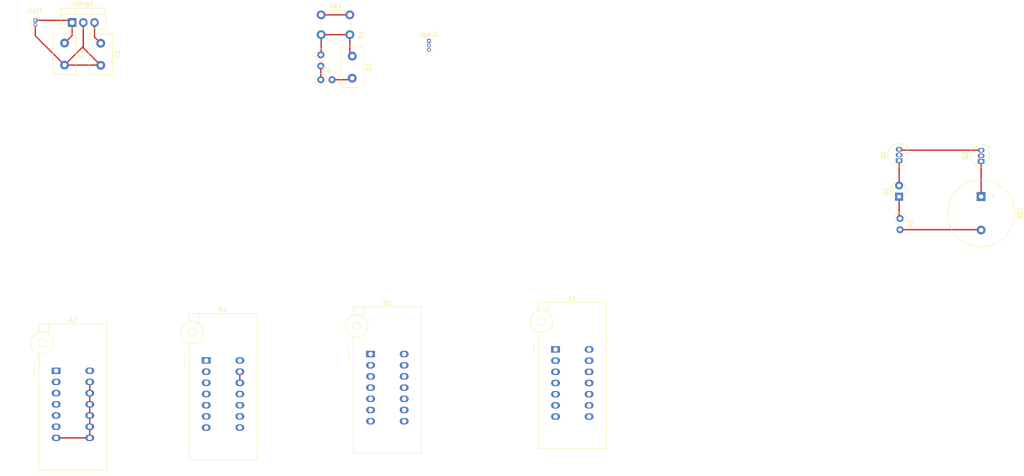
<source format=kicad_pcb>
(kicad_pcb (version 20211014) (generator pcbnew)
  (title_block (title "Gas Detector Alarm PCB Schematic") (date "2023-11-24") (rev "v1"))
  (layers (0 "F.Cu" signal) (31 "B.Cu" signal) (34 "B.Paste" user) (35 "F.Paste" user) (36 "B.SilkS" user "B.Silkscreen") (37 "F.SilkS" user "F.Silkscreen") (38 "B.Mask" user) (39 "F.Mask" user) (44 "Edge.Cuts" user))
  (net 0 "")
  (net 1 "/Ny0")
  (net 2 "/y1")
  (net 3 "Net-(A1-Pad3)")
  (net 4 "G")
  (net 5 "Net-(A1-Pad6)")
  (net 6 "GND")
  (net 7 "Net-(N1-Pad11)")
  (net 8 "B")
  (net 9 "Net-(A1-Pad11)")
  (net 10 "Z")
  (net 11 "Net-(N1-Pad10)")
  (net 12 "5 V")
  (net 13 "Net-(Q2-Pad1)")
  (net 14 "Vbat")
  (net 15 "Net-(D1-Pad1)")
  (net 16 "Net-(D1-Pad2)")
  (net 17 "/NB")
  (net 18 "/NG")
  (net 19 "/Ny1")
  (net 20 "Net-(A2-Pad1)")
  (net 21 "Net-(O1-Pad8)")
  (net 22 "Net-(O1-Pad12)")
  (net 23 "Net-(A2-Pad6)")
  (net 24 "Net-(C3-Pad2)")
  (footprint "Socket:DIP_Socket-14_W4.3_W5.08_W7.62_W10.16_W10.9_3M_214-3339-00-0602J" (layer "F.Cu") (at 141.8275 102.935)
    (fp_text reference "A1" (at 3.81 -11.56) (layer "F.SilkS"))
    (fp_text value "74LS09")
    (fp_line (start -1.65 -10.66) (end -1.65 -8.4) (layer "F.SilkS") (width 0.12))
    (fp_line (start 11.51 22.54) (end 11.51 -10.66) (layer "F.SilkS") (width 0.12))
    (fp_line (start 11.51 -10.66) (end -3.89 -10.66) (layer "F.SilkS") (width 0.12))
    (fp_line (start -3.89 -3.9) (end -3.89 22.54) (layer "F.SilkS") (width 0.12))
    (fp_line (start -4.95 1.27) (end -4.95 -1.27) (layer "F.SilkS") (width 0.12))
    (fp_line (start -3.89 -10.66) (end -3.89 -8.8) (layer "F.SilkS") (width 0.12))
    (fp_line (start -3.89 22.54) (end 11.51 22.54) (layer "F.SilkS") (width 0.12))
    (fp_circle (center -3.2 -6.35) (end -0.65 -6.35) (layer "F.SilkS") (width 0.12) (fill none))
    (fp_circle (center -3.2 -6.35) (end -2.3 -6.35) (layer "F.SilkS") (width 0.12) (fill none))
    (pad "1" thru_hole rect (at 0 0) (size 2 1.44) (drill 1) (layers *.Cu *.Mask) (net 1 "/Ny0"))
    (pad "2" thru_hole oval (at 0 2.54) (size 2 1.44) (drill 1) (layers *.Cu *.Mask) (net 2 "/y1"))
    (pad "3" thru_hole oval (at 0 5.08) (size 2 1.44) (drill 1) (layers *.Cu *.Mask) (net 3 "Net-(A1-Pad3)"))
    (pad "4" thru_hole oval (at 0 7.62) (size 2 1.44) (drill 1) (layers *.Cu *.Mask) (net 3 "Net-(A1-Pad3)"))
    (pad "5" thru_hole oval (at 0 10.16) (size 2 1.44) (drill 1) (layers *.Cu *.Mask) (net 4 "G"))
    (pad "6" thru_hole oval (at 0 12.7) (size 2 1.44) (drill 1) (layers *.Cu *.Mask) (net 5 "Net-(A1-Pad6)"))
    (pad "7" thru_hole oval (at 0 15.24) (size 2 1.44) (drill 1) (layers *.Cu *.Mask) (net 6 "GND"))
    (pad "8" thru_hole oval (at 7.62 15.24) (size 2 1.44) (drill 1) (layers *.Cu *.Mask) (net 7 "Net-(N1-Pad11)"))
    (pad "9" thru_hole oval (at 7.62 12.7) (size 2 1.44) (drill 1) (layers *.Cu *.Mask) (net 2 "/y1"))
    (pad "10" thru_hole oval (at 7.62 10.16) (size 2 1.44) (drill 1) (layers *.Cu *.Mask) (net 8 "B"))
    (pad "11" thru_hole oval (at 7.62 7.62) (size 2 1.44) (drill 1) (layers *.Cu *.Mask) (net 9 "Net-(A1-Pad11)"))
    (pad "12" thru_hole oval (at 7.62 5.08) (size 2 1.44) (drill 1) (layers *.Cu *.Mask) (net 10 "Z"))
    (pad "13" thru_hole oval (at 7.62 2.54) (size 2 1.44) (drill 1) (layers *.Cu *.Mask) (net 11 "Net-(N1-Pad10)"))
    (pad "14" thru_hole oval (at 7.62 0) (size 2 1.44) (drill 1) (layers *.Cu *.Mask) (net 12 "5 V"))
  )
  (footprint "Resistor_THT:R_Axial_DIN0207_L6.3mm_D2.5mm_P2.54mm_Vertical" (layer "F.Cu") (at 88.605 41.7)
    (fp_text reference "R2" (at 1.27 -2.37) (layer "F.SilkS"))
    (fp_text value "100 k")
    (fp_line (start 1.37 0) (end 1.44 0) (layer "F.SilkS") (width 0.12))
    (fp_circle (center 0 0) (end 1.37 0) (layer "F.SilkS") (width 0.12) (fill none))
    (pad "1" thru_hole circle (at 0 0) (size 1.6 1.6) (drill 0.8) (layers *.Cu *.Mask) (net 6 "GND"))
    (pad "2" thru_hole oval (at 2.54 0) (size 1.6 1.6) (drill 0.8) (layers *.Cu *.Mask) (net 24 "Net-(C3-Pad2)"))
  )
  (footprint "Package_TO_SOT_THT:TO-92_Inline" (layer "F.Cu") (at 238.36 60.245 90)
    (fp_text reference "Q2" (at 1.27 -3.56 90) (layer "F.SilkS"))
    (fp_text value "2N3904")
    (fp_line (start -0.53 1.85) (end 3.07 1.85) (layer "F.SilkS") (width 0.12))
    (fp_arc (start -0.568478 1.838478) (mid -1.132087 -0.994977) (end 1.27 -2.6) (layer "F.SilkS") (width 0.12))
    (fp_arc (start 1.27 -2.6) (mid 3.672087 -0.994977) (end 3.108478 1.838478) (layer "F.SilkS") (width 0.12))
    (pad "1" thru_hole rect (at 0 0 90) (size 1.05 1.5) (drill 0.75) (layers *.Cu *.Mask) (net 13 "Net-(Q2-Pad1)"))
    (pad "2" thru_hole oval (at 1.27 0 90) (size 1.05 1.5) (drill 0.75) (layers *.Cu *.Mask) (net 10 "Z"))
    (pad "3" thru_hole oval (at 2.54 0 90) (size 1.05 1.5) (drill 0.75) (layers *.Cu *.Mask) (net 12 "5 V"))
  )
  (footprint "Package_TO_SOT_THT:TO-220-3_Vertical" (layer "F.Cu") (at 32.195 28.72)
    (fp_text reference "UReg1" (at 2.54 -4.27) (layer "F.SilkS"))
    (fp_text value "LM7805_TO220")
    (fp_line (start -2.58 -1.76) (end 7.66 -1.76) (layer "F.SilkS") (width 0.12))
    (fp_line (start -2.58 -3.27) (end 7.66 -3.27) (layer "F.SilkS") (width 0.12))
    (fp_line (start -2.58 1.371) (end 7.66 1.371) (layer "F.SilkS") (width 0.12))
    (fp_line (start 4.391 -3.27) (end 4.391 -1.76) (layer "F.SilkS") (width 0.12))
    (fp_line (start 0.69 -3.27) (end 0.69 -1.76) (layer "F.SilkS") (width 0.12))
    (fp_line (start -2.58 -3.27) (end -2.58 1.371) (layer "F.SilkS") (width 0.12))
    (fp_line (start 7.66 -3.27) (end 7.66 1.371) (layer "F.SilkS") (width 0.12))
    (pad "1" thru_hole rect (at 0 0) (size 1.905 2) (drill 1.1) (layers *.Cu *.Mask) (net 14 "Vbat"))
    (pad "2" thru_hole oval (at 2.54 0) (size 1.905 2) (drill 1.1) (layers *.Cu *.Mask) (net 6 "GND"))
    (pad "3" thru_hole oval (at 5.08 0) (size 1.905 2) (drill 1.1) (layers *.Cu *.Mask) (net 12 "5 V"))
  )
  (footprint "Socket:DIP_Socket-14_W4.3_W5.08_W7.62_W10.16_W10.9_3M_214-3339-00-0602J" (layer "F.Cu") (at 62.6125 105.435)
    (fp_text reference "N1" (at 3.81 -11.56) (layer "F.SilkS"))
    (fp_text value "74LS04")
    (fp_line (start 11.51 -10.66) (end -3.89 -10.66) (layer "F.SilkS") (width 0.12))
    (fp_line (start 11.51 22.54) (end 11.51 -10.66) (layer "F.SilkS") (width 0.12))
    (fp_line (start -3.89 22.54) (end 11.51 22.54) (layer "F.SilkS") (width 0.12))
    (fp_line (start -4.95 1.27) (end -4.95 -1.27) (layer "F.SilkS") (width 0.12))
    (fp_line (start -3.89 -3.9) (end -3.89 22.54) (layer "F.SilkS") (width 0.12))
    (fp_line (start -3.89 -10.66) (end -3.89 -8.8) (layer "F.SilkS") (width 0.12))
    (fp_line (start -1.65 -10.66) (end -1.65 -8.4) (layer "F.SilkS") (width 0.12))
    (fp_circle (center -3.2 -6.35) (end -0.65 -6.35) (layer "F.SilkS") (width 0.12) (fill none))
    (fp_circle (center -3.2 -6.35) (end -2.3 -6.35) (layer "F.SilkS") (width 0.12) (fill none))
    (pad "1" thru_hole rect (at 0 0) (size 2 1.44) (drill 1) (layers *.Cu *.Mask) (net 8 "B"))
    (pad "2" thru_hole oval (at 0 2.54) (size 2 1.44) (drill 1) (layers *.Cu *.Mask) (net 17 "/NB"))
    (pad "3" thru_hole oval (at 0 5.08) (size 2 1.44) (drill 1) (layers *.Cu *.Mask) (net 4 "G"))
    (pad "4" thru_hole oval (at 0 7.62) (size 2 1.44) (drill 1) (layers *.Cu *.Mask) (net 18 "/NG"))
    (pad "5" thru_hole oval (at 0 10.16) (size 2 1.44) (drill 1) (layers *.Cu *.Mask) (net 2 "/y1"))
    (pad "6" thru_hole oval (at 0 12.7) (size 2 1.44) (drill 1) (layers *.Cu *.Mask) (net 19 "/Ny1"))
    (pad "7" thru_hole oval (at 0 15.24) (size 2 1.44) (drill 1) (layers *.Cu *.Mask) (net 6 "GND"))
    (pad "8" thru_hole oval (at 7.62 15.24) (size 2 1.44) (drill 1) (layers *.Cu *.Mask) (net 1 "/Ny0"))
    (pad "9" thru_hole oval (at 7.62 12.7) (size 2 1.44) (drill 1) (layers *.Cu *.Mask) (net 10 "Z"))
    (pad "10" thru_hole oval (at 7.62 10.16) (size 2 1.44) (drill 1) (layers *.Cu *.Mask) (net 11 "Net-(N1-Pad10)"))
    (pad "11" thru_hole oval (at 7.62 7.62) (size 2 1.44) (drill 1) (layers *.Cu *.Mask) (net 7 "Net-(N1-Pad11)"))
    (pad "12" thru_hole oval (at 7.62 5.08) (size 2 1.44) (drill 1) (layers *.Cu *.Mask) (net 6 "GND"))
    (pad "13" thru_hole oval (at 7.62 2.54) (size 2 1.44) (drill 1) (layers *.Cu *.Mask) (net 6 "GND"))
    (pad "14" thru_hole oval (at 7.62 0) (size 2 1.44) (drill 1) (layers *.Cu *.Mask) (net 12 "5 V"))
  )
  (footprint "Capacitor_THT:C_Disc_D9.0mm_W5.0mm_P5.00mm" (layer "F.Cu") (at 38.685 33.425 -90)
    (fp_text reference "C2" (at 2.5 -3.75 90) (layer "F.SilkS"))
    (fp_text value "100 nF")
    (fp_line (start -2.12 -2.62) (end 7.12 -2.62) (layer "F.SilkS") (width 0.12))
    (fp_line (start -2.12 -2.62) (end -2.12 2.62) (layer "F.SilkS") (width 0.12))
    (fp_line (start 7.12 -2.62) (end 7.12 2.62) (layer "F.SilkS") (width 0.12))
    (fp_line (start -2.12 2.62) (end 7.12 2.62) (layer "F.SilkS") (width 0.12))
    (pad "1" thru_hole circle (at 0 0 270) (size 2 2) (drill 1) (layers *.Cu *.Mask) (net 12 "5 V"))
    (pad "2" thru_hole circle (at 5 0 270) (size 2 2) (drill 1) (layers *.Cu *.Mask) (net 6 "GND"))
  )
  (footprint "Socket:DIP_Socket-14_W4.3_W5.08_W7.62_W10.16_W10.9_3M_214-3339-00-0602J" (layer "F.Cu") (at 28.575 107.775)
    (fp_text reference "A2" (at 3.81 -11.56) (layer "F.SilkS"))
    (fp_text value "74LS09")
    (fp_line (start -3.89 -10.66) (end -3.89 -8.8) (layer "F.SilkS") (width 0.12))
    (fp_line (start -3.89 22.54) (end 11.51 22.54) (layer "F.SilkS") (width 0.12))
    (fp_line (start -3.89 -3.9) (end -3.89 22.54) (layer "F.SilkS") (width 0.12))
    (fp_line (start 11.51 -10.66) (end -3.89 -10.66) (layer "F.SilkS") (width 0.12))
    (fp_line (start -1.65 -10.66) (end -1.65 -8.4) (layer "F.SilkS") (width 0.12))
    (fp_line (start 11.51 22.54) (end 11.51 -10.66) (layer "F.SilkS") (width 0.12))
    (fp_line (start -4.95 1.27) (end -4.95 -1.27) (layer "F.SilkS") (width 0.12))
    (fp_circle (center -3.2 -6.35) (end -0.65 -6.35) (layer "F.SilkS") (width 0.12) (fill none))
    (fp_circle (center -3.2 -6.35) (end -2.3 -6.35) (layer "F.SilkS") (width 0.12) (fill none))
    (pad "1" thru_hole rect (at 0 0) (size 2 1.44) (drill 1) (layers *.Cu *.Mask) (net 20 "Net-(A2-Pad1)"))
    (pad "2" thru_hole oval (at 0 2.54) (size 2 1.44) (drill 1) (layers *.Cu *.Mask) (net 17 "/NB"))
    (pad "3" thru_hole oval (at 0 5.08) (size 2 1.44) (drill 1) (layers *.Cu *.Mask) (net 22 "Net-(O1-Pad12)"))
    (pad "4" thru_hole oval (at 0 7.62) (size 2 1.44) (drill 1) (layers *.Cu *.Mask) (net 18 "/NG"))
    (pad "5" thru_hole oval (at 0 10.16) (size 2 1.44) (drill 1) (layers *.Cu *.Mask) (net 21 "Net-(O1-Pad8)"))
    (pad "6" thru_hole oval (at 0 12.7) (size 2 1.44) (drill 1) (layers *.Cu *.Mask) (net 23 "Net-(A2-Pad6)"))
    (pad "7" thru_hole oval (at 0 15.24) (size 2 1.44) (drill 1) (layers *.Cu *.Mask) (net 6 "GND"))
    (pad "8" thru_hole oval (at 7.62 15.24) (size 2 1.44) (drill 1) (layers *.Cu *.Mask) (net 6 "GND"))
    (pad "9" thru_hole oval (at 7.62 12.7) (size 2 1.44) (drill 1) (layers *.Cu *.Mask) (net 6 "GND"))
    (pad "10" thru_hole oval (at 7.62 10.16) (size 2 1.44) (drill 1) (layers *.Cu *.Mask) (net 6 "GND"))
    (pad "11" thru_hole oval (at 7.62 7.62) (size 2 1.44) (drill 1) (layers *.Cu *.Mask) (net 6 "GND"))
    (pad "12" thru_hole oval (at 7.62 5.08) (size 2 1.44) (drill 1) (layers *.Cu *.Mask) (net 6 "GND"))
    (pad "13" thru_hole oval (at 7.62 2.54) (size 2 1.44) (drill 1) (layers *.Cu *.Mask) (net 6 "GND"))
    (pad "14" thru_hole oval (at 7.62 0) (size 2 1.44) (drill 1) (layers *.Cu *.Mask) (net 12 "5 V"))
  )
  (footprint "Resistor_THT:R_Axial_DIN0207_L6.3mm_D2.5mm_P2.54mm_Vertical" (layer "F.Cu") (at 88.6 36.055 -90)
    (fp_text reference "R1" (at -4.53 -9.27 90) (layer "F.SilkS"))
    (fp_text value "10 k")
    (fp_line (start 1.37 0) (end 1.44 0) (layer "F.SilkS") (width 0.12))
    (fp_circle (center 0 0) (end 1.37 0) (layer "F.SilkS") (width 0.12) (fill none))
    (pad "1" thru_hole circle (at 0 0 270) (size 1.6 1.6) (drill 0.8) (layers *.Cu *.Mask) (net 8 "B"))
    (pad "2" thru_hole oval (at 2.54 0 270) (size 1.6 1.6) (drill 0.8) (layers *.Cu *.Mask) (net 6 "GND"))
  )
  (footprint "Connector_PinSocket_1.00mm:PinSocket_1x02_P1.00mm_Vertical" (layer "F.Cu") (at 23.85 28.225)
    (fp_text reference "Jbat1" (at -0.29 -2.25) (layer "F.SilkS"))
    (fp_text value "Conn_01x02_Female")
    (fp_line (start -1.1 0.5) (end -1.1 1.81) (layer "F.SilkS") (width 0.12))
    (fp_line (start 0.52 1.445898) (end 0.52 1.81) (layer "F.SilkS") (width 0.12))
    (fp_line (start -1.1 1.81) (end 0.52 1.81) (layer "F.SilkS") (width 0.12))
    (fp_line (start -1.1 0.5) (end -0.685 0.5) (layer "F.SilkS") (width 0.12))
    (fp_line (start 0.685 -0.81) (end 0.685 0) (layer "F.SilkS") (width 0.12))
    (fp_line (start 0 -0.81) (end 0.685 -0.81) (layer "F.SilkS") (width 0.12))
    (pad "1" thru_hole rect (at 0 0) (size 0.85 0.85) (drill 0.5) (layers *.Cu *.Mask) (net 14 "Vbat"))
    (pad "2" thru_hole oval (at 0 1) (size 0.85 0.85) (drill 0.5) (layers *.Cu *.Mask) (net 6 "GND"))
  )
  (footprint "Button_Switch_THT:SW_PUSH_6mm_H5mm" (layer "F.Cu") (at 88.675 26.975)
    (fp_text reference "SW1" (at 3.25 -2) (layer "F.SilkS"))
    (fp_text value "SW_Push")
    (fp_line (start -0.25 1.5) (end -0.25 3) (layer "F.SilkS") (width 0.12))
    (fp_line (start 5.5 -1) (end 1 -1) (layer "F.SilkS") (width 0.12))
    (fp_line (start 1 5.5) (end 5.5 5.5) (layer "F.SilkS") (width 0.12))
    (fp_line (start 6.75 3) (end 6.75 1.5) (layer "F.SilkS") (width 0.12))
    (pad "1" thru_hole circle (at 6.5 0 90) (size 2 2) (drill 1.1) (layers *.Cu *.Mask) (net 12 "5 V"))
    (pad "1" thru_hole circle (at 0 0 90) (size 2 2) (drill 1.1) (layers *.Cu *.Mask) (net 12 "5 V"))
    (pad "2" thru_hole circle (at 6.5 4.5 90) (size 2 2) (drill 1.1) (layers *.Cu *.Mask) (net 8 "B"))
    (pad "2" thru_hole circle (at 0 4.5 90) (size 2 2) (drill 1.1) (layers *.Cu *.Mask) (net 8 "B"))
  )
  (footprint "Buzzer_Beeper:Buzzer_15x7.5RM7.6" (layer "F.Cu") (at 238.35 68.225 -90)
    (fp_text reference "BZ1" (at 3.81 -8.89 90) (layer "F.SilkS"))
    (fp_text value "Buzzer")
    (fp_text user "+" (at -0.01 -2.54 90) (layer "F.SilkS"))
    (fp_circle (center 3.8 0) (end 11.4 0) (layer "F.SilkS") (width 0.12) (fill none))
    (pad "1" thru_hole rect (at 0 0 270) (size 2 2) (drill 1) (layers *.Cu *.Mask) (net 13 "Net-(Q2-Pad1)"))
    (pad "2" thru_hole circle (at 7.6 0 270) (size 2 2) (drill 1) (layers *.Cu *.Mask) (net 6 "GND"))
  )
  (footprint "Package_TO_SOT_THT:TO-92_Inline" (layer "F.Cu") (at 219.755 60.06 90)
    (fp_text reference "Q1" (at 1.27 -3.56 90) (layer "F.SilkS"))
    (fp_text value "2N3904")
    (fp_line (start -0.53 1.85) (end 3.07 1.85) (layer "F.SilkS") (width 0.12))
    (fp_arc (start 1.27 -2.6) (mid 3.672087 -0.994977) (end 3.108478 1.838478) (layer "F.SilkS") (width 0.12))
    (fp_arc (start -0.568478 1.838478) (mid -1.132087 -0.994977) (end 1.27 -2.6) (layer "F.SilkS") (width 0.12))
    (pad "1" thru_hole rect (at 0 0 90) (size 1.05 1.5) (drill 0.75) (layers *.Cu *.Mask) (net 16 "Net-(D1-Pad2)"))
    (pad "2" thru_hole oval (at 1.27 0 90) (size 1.05 1.5) (drill 0.75) (layers *.Cu *.Mask) (net 4 "G"))
    (pad "3" thru_hole oval (at 2.54 0 90) (size 1.05 1.5) (drill 0.75) (layers *.Cu *.Mask) (net 12 "5 V"))
  )
  (footprint "LED_THT:LED_D3.0mm" (layer "F.Cu") (at 219.75 68.25 90)
    (fp_text reference "D1" (at 1.27 -2.96 90) (layer "F.SilkS"))
    (fp_text value "LED")
    (fp_line (start -0.29 1.08) (end -0.29 1.236) (layer "F.SilkS") (width 0.12))
    (fp_line (start -0.29 -1.236) (end -0.29 -1.08) (layer "F.SilkS") (width 0.12))
    (fp_arc (start 2.31113 1.079837) (mid 1.270117 1.5) (end 0.229039 1.08) (layer "F.SilkS") (width 0.12))
    (fp_arc (start 2.942335 1.078608) (mid 1.366487 1.987659) (end -0.29 1.235516) (layer "F.SilkS") (width 0.12))
    (fp_arc (start 0.229039 -1.08) (mid 1.270117 -1.5) (end 2.31113 -1.079837) (layer "F.SilkS") (width 0.12))
    (fp_arc (start -0.29 -1.235516) (mid 1.366487 -1.987659) (end 2.942335 -1.078608) (layer "F.SilkS") (width 0.12))
    (pad "1" thru_hole rect (at 0 0 90) (size 1.8 1.8) (drill 0.9) (layers *.Cu *.Mask) (net 15 "Net-(D1-Pad1)"))
    (pad "2" thru_hole circle (at 2.54 0 90) (size 1.8 1.8) (drill 0.9) (layers *.Cu *.Mask) (net 16 "Net-(D1-Pad2)"))
  )
  (footprint "Socket:DIP_Socket-14_W4.3_W5.08_W7.62_W10.16_W10.9_3M_214-3339-00-0602J" (layer "F.Cu") (at 99.8875 103.985)
    (fp_text reference "O1" (at 3.81 -11.56) (layer "F.SilkS"))
    (fp_text value "74LS32")
    (fp_line (start -3.89 -10.66) (end -3.89 -8.8) (layer "F.SilkS") (width 0.12))
    (fp_line (start 11.51 -10.66) (end -3.89 -10.66) (layer "F.SilkS") (width 0.12))
    (fp_line (start 11.51 22.54) (end 11.51 -10.66) (layer "F.SilkS") (width 0.12))
    (fp_line (start -3.89 -3.9) (end -3.89 22.54) (layer "F.SilkS") (width 0.12))
    (fp_line (start -3.89 22.54) (end 11.51 22.54) (layer "F.SilkS") (width 0.12))
    (fp_line (start -1.65 -10.66) (end -1.65 -8.4) (layer "F.SilkS") (width 0.12))
    (fp_line (start -4.95 1.27) (end -4.95 -1.27) (layer "F.SilkS") (width 0.12))
    (fp_circle (center -3.2 -6.35) (end -0.65 -6.35) (layer "F.SilkS") (width 0.12) (fill none))
    (fp_circle (center -3.2 -6.35) (end -2.3 -6.35) (layer "F.SilkS") (width 0.12) (fill none))
    (pad "1" thru_hole rect (at 0 0) (size 2 1.44) (drill 1) (layers *.Cu *.Mask) (net 5 "Net-(A1-Pad6)"))
    (pad "2" thru_hole oval (at 0 2.54) (size 2 1.44) (drill 1) (layers *.Cu *.Mask) (net 9 "Net-(A1-Pad11)"))
    (pad "3" thru_hole oval (at 0 5.08) (size 2 1.44) (drill 1) (layers *.Cu *.Mask) (net 10 "Z"))
    (pad "4" thru_hole oval (at 0 7.62) (size 2 1.44) (drill 1) (layers *.Cu *.Mask) (net 10 "Z"))
    (pad "5" thru_hole oval (at 0 10.16) (size 2 1.44) (drill 1) (layers *.Cu *.Mask) (net 2 "/y1"))
    (pad "6" thru_hole oval (at 0 12.7) (size 2 1.44) (drill 1) (layers *.Cu *.Mask) (net 20 "Net-(A2-Pad1)"))
    (pad "7" thru_hole oval (at 0 15.24) (size 2 1.44) (drill 1) (layers *.Cu *.Mask) (net 6 "GND"))
    (pad "8" thru_hole oval (at 7.62 15.24) (size 2 1.44) (drill 1) (layers *.Cu *.Mask) (net 21 "Net-(O1-Pad8)"))
    (pad "9" thru_hole oval (at 7.62 12.7) (size 2 1.44) (drill 1) (layers *.Cu *.Mask) (net 2 "/y1"))
    (pad "10" thru_hole oval (at 7.62 10.16) (size 2 1.44) (drill 1) (layers *.Cu *.Mask) (net 1 "/Ny0"))
    (pad "11" thru_hole oval (at 7.62 7.62) (size 2 1.44) (drill 1) (layers *.Cu *.Mask) (net 2 "/y1"))
    (pad "12" thru_hole oval (at 7.62 5.08) (size 2 1.44) (drill 1) (layers *.Cu *.Mask) (net 22 "Net-(O1-Pad12)"))
    (pad "13" thru_hole oval (at 7.62 2.54) (size 2 1.44) (drill 1) (layers *.Cu *.Mask) (net 23 "Net-(A2-Pad6)"))
    (pad "14" thru_hole oval (at 7.62 0) (size 2 1.44) (drill 1) (layers *.Cu *.Mask) (net 12 "5 V"))
  )
  (footprint "Resistor_THT:R_Axial_DIN0207_L6.3mm_D2.5mm_P2.54mm_Vertical" (layer "F.Cu") (at 219.95 73.205 -90)
    (fp_text reference "R3" (at 1.27 -2.37 90) (layer "F.SilkS"))
    (fp_text value "360")
    (fp_line (start 1.37 0) (end 1.44 0) (layer "F.SilkS") (width 0.12))
    (fp_circle (center 0 0) (end 1.37 0) (layer "F.SilkS") (width 0.12) (fill none))
    (pad "1" thru_hole circle (at 0 0 270) (size 1.6 1.6) (drill 0.8) (layers *.Cu *.Mask) (net 15 "Net-(D1-Pad1)"))
    (pad "2" thru_hole oval (at 2.54 0 270) (size 1.6 1.6) (drill 0.8) (layers *.Cu *.Mask) (net 6 "GND"))
  )
  (footprint "Capacitor_THT:C_Disc_D9.0mm_W5.0mm_P5.00mm" (layer "F.Cu") (at 30.485 33.375 -90)
    (fp_text reference "C1" (at 2.5 -3.75 90) (layer "F.SilkS"))
    (fp_text value "330 nF")
    (fp_line (start 7.12 -2.62) (end 7.12 2.62) (layer "F.SilkS") (width 0.12))
    (fp_line (start -2.12 2.62) (end 7.12 2.62) (layer "F.SilkS") (width 0.12))
    (fp_line (start -2.12 -2.62) (end 7.12 -2.62) (layer "F.SilkS") (width 0.12))
    (fp_line (start -2.12 -2.62) (end -2.12 2.62) (layer "F.SilkS") (width 0.12))
    (pad "1" thru_hole circle (at 0 0 270) (size 2 2) (drill 1) (layers *.Cu *.Mask) (net 14 "Vbat"))
    (pad "2" thru_hole circle (at 5 0 270) (size 2 2) (drill 1) (layers *.Cu *.Mask) (net 6 "GND"))
  )
  (footprint "Connector_PinHeader_1.00mm:PinHeader_1x03_P1.00mm_Vertical" (layer "F.Cu") (at 113.1 32.9)
    (fp_text reference "Jgas1" (at 0 -1.56) (layer "F.SilkS"))
    (fp_text value "Conn_01x03_Male")
    (fp_line (start 0.695 0.685) (end 0.695 2.56) (layer "F.SilkS") (width 0.12))
    (fp_line (start -0.695 0.685) (end -0.608276 0.685) (layer "F.SilkS") (width 0.12))
    (fp_line (start -0.695 -0.685) (end 0 -0.685) (layer "F.SilkS") (width 0.12))
    (fp_line (start 0.394493 2.56) (end 0.695 2.56) (layer "F.SilkS") (width 0.12))
    (fp_line (start -0.695 0) (end -0.695 -0.685) (layer "F.SilkS") (width 0.12))
    (fp_line (start -0.695 2.56) (end -0.394493 2.56) (layer "F.SilkS") (width 0.12))
    (fp_line (start 0.608276 0.685) (end 0.695 0.685) (layer "F.SilkS") (width 0.12))
    (fp_line (start -0.695 0.685) (end -0.695 2.56) (layer "F.SilkS") (width 0.12))
    (pad "1" thru_hole rect (at 0 0) (size 0.85 0.85) (drill 0.5) (layers *.Cu *.Mask) (net 12 "5 V"))
    (pad "2" thru_hole oval (at 0 1) (size 0.85 0.85) (drill 0.5) (layers *.Cu *.Mask) (net 4 "G"))
    (pad "3" thru_hole oval (at 0 2) (size 0.85 0.85) (drill 0.5) (layers *.Cu *.Mask) (net 6 "GND"))
  )
  (footprint "Capacitor_THT:C_Disc_D9.0mm_W5.0mm_P5.00mm" (layer "F.Cu") (at 95.725 36.35 -90)
    (fp_text reference "C3" (at 2.5 -3.75 90) (layer "F.SilkS"))
    (fp_text value "470 nF")
    (fp_line (start 7.12 -2.62) (end 7.12 2.62) (layer "F.SilkS") (width 0.12))
    (fp_line (start -2.12 2.62) (end 7.12 2.62) (layer "F.SilkS") (width 0.12))
    (fp_line (start -2.12 -2.62) (end 7.12 -2.62) (layer "F.SilkS") (width 0.12))
    (fp_line (start -2.12 -2.62) (end -2.12 2.62) (layer "F.SilkS") (width 0.12))
    (pad "1" thru_hole circle (at 0 0 270) (size 2 2) (drill 1) (layers *.Cu *.Mask) (net 8 "B"))
    (pad "2" thru_hole circle (at 5 0 270) (size 2 2) (drill 1) (layers *.Cu *.Mask) (net 24 "Net-(C3-Pad2)"))
  )
  (segment (start 34.735 34.475) (end 38.685 38.425) (width 0.3048) (layer "F.Cu") (net 6))
  (segment (start 88.6 38.595) (end 88.6 41.695) (width 0.3048) (layer "F.Cu") (net 6))
  (segment (start 23.85 31.74) (end 30.485 38.375) (width 0.3048) (layer "F.Cu") (net 6))
  (segment (start 70.2325 107.975) (end 70.2325 110.515) (width 0.3048) (layer "F.Cu") (net 6))
  (segment (start 36.195 110.315) (end 36.195 112.855) (width 0.3048) (layer "F.Cu") (net 6))
  (segment (start 36.195 123.015) (end 28.575 123.015) (width 0.3048) (layer "F.Cu") (net 6))
  (segment (start 34.735 28.72) (end 34.735 34.125) (width 0.3048) (layer "F.Cu") (net 6))
  (segment (start 36.195 115.395) (end 36.195 117.935) (width 0.3048) (layer "F.Cu") (net 6))
  (segment (start 238.27 75.745) (end 238.35 75.825) (width 0.3048) (layer "F.Cu") (net 6))
  (segment (start 34.735 34.125) (end 30.485 38.375) (width 0.3048) (layer "F.Cu") (net 6))
  (segment (start 36.195 112.855) (end 36.195 115.395) (width 0.3048) (layer "F.Cu") (net 6))
  (segment (start 36.195 117.935) (end 36.195 120.475) (width 0.3048) (layer "F.Cu") (net 6))
  (segment (start 30.485 38.375) (end 38.635 38.375) (width 0.3048) (layer "F.Cu") (net 6))
  (segment (start 219.95 75.745) (end 238.27 75.745) (width 0.3048) (layer "F.Cu") (net 6))
  (segment (start 38.635 38.375) (end 38.685 38.425) (width 0.3048) (layer "F.Cu") (net 6))
  (segment (start 88.6 41.695) (end 88.605 41.7) (width 0.3048) (layer "F.Cu") (net 6))
  (segment (start 36.195 120.475) (end 36.195 123.015) (width 0.3048) (layer "F.Cu") (net 6))
  (segment (start 34.735 28.72) (end 34.735 34.475) (width 0.3048) (layer "F.Cu") (net 6))
  (segment (start 23.85 29.225) (end 23.85 31.74) (width 0.3048) (layer "F.Cu") (net 6))
  (segment (start 95.175 35.8) (end 95.725 36.35) (width 0.3048) (layer "F.Cu") (net 8))
  (segment (start 88.675 31.475) (end 95.175 31.475) (width 0.3048) (layer "F.Cu") (net 8))
  (segment (start 88.675 31.475) (end 88.675 35.98) (width 0.3048) (layer "F.Cu") (net 8))
  (segment (start 95.175 31.475) (end 95.175 35.8) (width 0.3048) (layer "F.Cu") (net 8))
  (segment (start 88.675 35.98) (end 88.6 36.055) (width 0.3048) (layer "F.Cu") (net 8))
  (segment (start 88.675 26.975) (end 95.175 26.975) (width 0.3048) (layer "F.Cu") (net 12))
  (segment (start 219.94 57.705) (end 219.755 57.52) (width 0.3048) (layer "F.Cu") (net 12))
  (segment (start 37.275 32.015) (end 38.685 33.425) (width 0.3048) (layer "F.Cu") (net 12))
  (segment (start 238.36 57.705) (end 219.94 57.705) (width 0.3048) (layer "F.Cu") (net 12))
  (segment (start 37.275 28.72) (end 37.275 32.015) (width 0.3048) (layer "F.Cu") (net 12))
  (segment (start 238.35 60.255) (end 238.36 60.245) (width 0.3048) (layer "F.Cu") (net 13))
  (segment (start 238.35 68.225) (end 238.35 60.255) (width 0.3048) (layer "F.Cu") (net 13))
  (segment (start 31.7 28.225) (end 32.195 28.72) (width 0.3048) (layer "F.Cu") (net 14))
  (segment (start 32.195 31.665) (end 32.195 28.72) (width 0.3048) (layer "F.Cu") (net 14))
  (segment (start 23.85 28.225) (end 31.7 28.225) (width 0.3048) (layer "F.Cu") (net 14))
  (segment (start 30.485 33.375) (end 32.195 31.665) (width 0.3048) (layer "F.Cu") (net 14))
  (segment (start 219.75 68.25) (end 219.75 73.005) (width 0.3048) (layer "F.Cu") (net 15))
  (segment (start 219.75 73.005) (end 219.95 73.205) (width 0.3048) (layer "F.Cu") (net 15))
  (segment (start 219.755 65.705) (end 219.75 65.71) (width 0.3048) (layer "F.Cu") (net 16))
  (segment (start 219.755 60.06) (end 219.755 65.705) (width 0.3048) (layer "F.Cu") (net 16))
  (segment (start 91.145 41.7) (end 95.375 41.7) (width 0.3048) (layer "F.Cu") (net 24))
  (segment (start 95.375 41.7) (end 95.725 41.35) (width 0.3048) (layer "F.Cu") (net 24))
)
</source>
